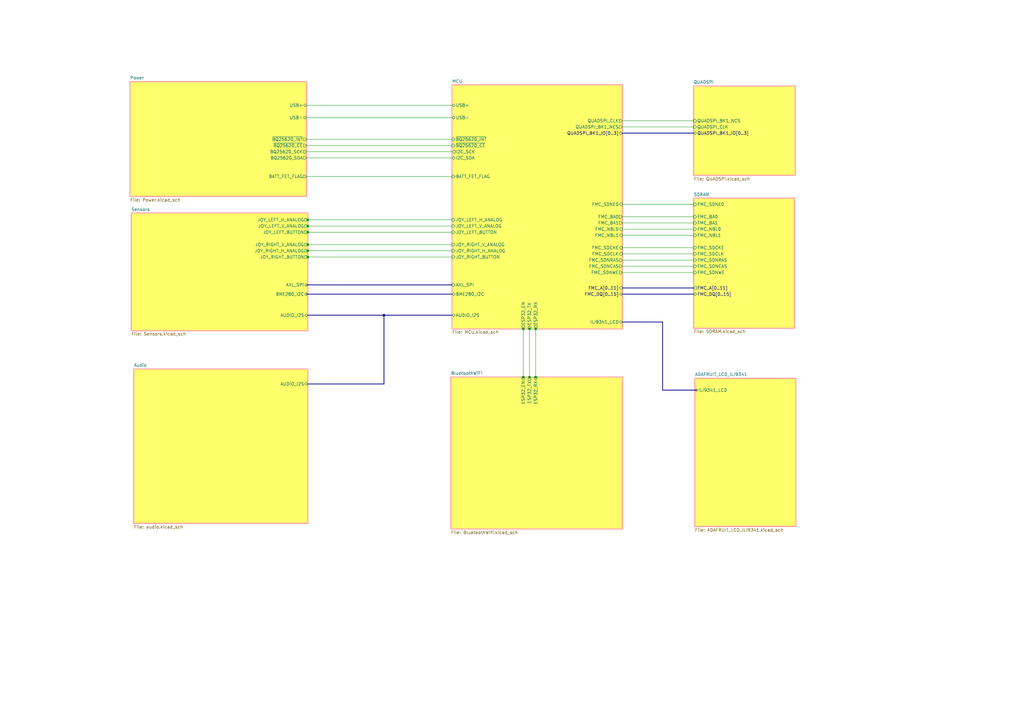
<source format=kicad_sch>
(kicad_sch
	(version 20231120)
	(generator "eeschema")
	(generator_version "8.0")
	(uuid "dfe540b7-7587-4b82-94ea-0a8290455e48")
	(paper "A3")
	(title_block
		(title "Universal Remote Controller")
		(date "2024-05-19")
		(rev "1.0")
	)
	(lib_symbols)
	(junction
		(at 126.238 102.87)
		(diameter 0)
		(color 0 0 0 0)
		(uuid "02623d9c-0c1b-44d3-a03e-d6c1a7e9d0ab")
	)
	(junction
		(at 214.63 134.874)
		(diameter 0)
		(color 0 0 0 0)
		(uuid "121baa5c-7815-412e-b50b-1307ece9a9be")
	)
	(junction
		(at 126.238 95.25)
		(diameter 0)
		(color 0 0 0 0)
		(uuid "26d86474-b334-4bf8-b809-b8c93057b377")
	)
	(junction
		(at 126.238 90.17)
		(diameter 0)
		(color 0 0 0 0)
		(uuid "27c778f8-7bd9-4cc7-b6d4-2cf42357f026")
	)
	(junction
		(at 126.238 100.33)
		(diameter 0)
		(color 0 0 0 0)
		(uuid "2f697d6a-9f2e-4ced-b6a4-4ff6b882d356")
	)
	(junction
		(at 126.238 105.41)
		(diameter 0)
		(color 0 0 0 0)
		(uuid "4902e865-c776-48b1-a39a-6700d0669ed8")
	)
	(junction
		(at 219.71 134.874)
		(diameter 0)
		(color 0 0 0 0)
		(uuid "569a87b4-1dee-4620-b9f9-a7c4204085c8")
	)
	(junction
		(at 217.17 134.874)
		(diameter 0)
		(color 0 0 0 0)
		(uuid "6d1a1f98-f3ac-4fdc-a5b1-9603fb5e33a4")
	)
	(junction
		(at 219.71 154.686)
		(diameter 0)
		(color 0 0 0 0)
		(uuid "9fa3eb12-c18d-4527-89b0-6c5287c0b21f")
	)
	(junction
		(at 126.238 92.71)
		(diameter 0)
		(color 0 0 0 0)
		(uuid "a3249604-1963-4bbc-bf45-ad53c4f58f06")
	)
	(junction
		(at 214.63 154.686)
		(diameter 0)
		(color 0 0 0 0)
		(uuid "cfa2b224-1383-4d15-901a-71889947911f")
	)
	(junction
		(at 217.17 154.686)
		(diameter 0)
		(color 0 0 0 0)
		(uuid "ed5027cd-a53c-49ba-8225-617f1ffb5811")
	)
	(junction
		(at 157.48 129.286)
		(diameter 0)
		(color 0 0 0 0)
		(uuid "edc37d13-24ac-4b7c-a6b8-e10f0ec5d38d")
	)
	(wire
		(pts
			(xy 125.73 72.39) (xy 185.42 72.39)
		)
		(stroke
			(width 0)
			(type default)
		)
		(uuid "0d7aebe2-dbb3-4d0e-b2cc-4ec2d8f100d8")
	)
	(wire
		(pts
			(xy 214.63 154.686) (xy 214.63 154.94)
		)
		(stroke
			(width 0)
			(type default)
		)
		(uuid "15d935f9-ce7f-4a6e-821f-ab43463fae5f")
	)
	(wire
		(pts
			(xy 255.27 83.82) (xy 284.48 83.82)
		)
		(stroke
			(width 0)
			(type default)
		)
		(uuid "223d610c-c073-4307-a545-86bd05f9e83f")
	)
	(wire
		(pts
			(xy 255.27 93.98) (xy 284.48 93.98)
		)
		(stroke
			(width 0)
			(type default)
		)
		(uuid "232b1158-a672-44e7-a937-2f6cac9cae42")
	)
	(wire
		(pts
			(xy 125.73 90.17) (xy 126.238 90.17)
		)
		(stroke
			(width 0)
			(type default)
		)
		(uuid "28816527-d90b-44be-ad14-4ecea3f396d6")
	)
	(wire
		(pts
			(xy 125.73 48.26) (xy 185.42 48.26)
		)
		(stroke
			(width 0)
			(type default)
		)
		(uuid "29b64b3d-db0d-4e7a-a987-a9a5d22a7baa")
	)
	(wire
		(pts
			(xy 219.71 134.62) (xy 219.71 134.874)
		)
		(stroke
			(width 0)
			(type default)
		)
		(uuid "2c95058c-f89d-427c-942f-43425b66d247")
	)
	(wire
		(pts
			(xy 125.73 105.41) (xy 126.238 105.41)
		)
		(stroke
			(width 0)
			(type default)
		)
		(uuid "34193ad4-f439-48db-a449-19e742372540")
	)
	(wire
		(pts
			(xy 219.71 154.686) (xy 219.71 154.94)
		)
		(stroke
			(width 0)
			(type default)
		)
		(uuid "3cfd670a-4752-4ce5-8ce4-e46e827b04ba")
	)
	(wire
		(pts
			(xy 125.73 100.33) (xy 126.238 100.33)
		)
		(stroke
			(width 0)
			(type default)
		)
		(uuid "3d01e899-32d4-461c-b1e9-be171353fa4c")
	)
	(bus
		(pts
			(xy 125.73 116.84) (xy 185.42 116.84)
		)
		(stroke
			(width 0)
			(type default)
		)
		(uuid "42da7956-a64c-4b1d-9a3d-616bfa535ecb")
	)
	(bus
		(pts
			(xy 157.48 129.286) (xy 185.42 129.286)
		)
		(stroke
			(width 0)
			(type default)
		)
		(uuid "44bcbb81-9f46-4396-a2a1-cbbd42c750ff")
	)
	(wire
		(pts
			(xy 255.27 104.14) (xy 284.48 104.14)
		)
		(stroke
			(width 0)
			(type default)
		)
		(uuid "450a594e-fa7e-427f-b927-4aa172e043ce")
	)
	(bus
		(pts
			(xy 126.238 129.286) (xy 157.48 129.286)
		)
		(stroke
			(width 0)
			(type default)
		)
		(uuid "4983fadb-e811-4484-987a-4e25074b6069")
	)
	(wire
		(pts
			(xy 255.27 96.52) (xy 284.48 96.52)
		)
		(stroke
			(width 0)
			(type default)
		)
		(uuid "499c3961-6774-478c-aac2-d09842d78afa")
	)
	(wire
		(pts
			(xy 255.27 91.44) (xy 284.48 91.44)
		)
		(stroke
			(width 0)
			(type default)
		)
		(uuid "4a01abed-03df-4504-a603-eb7dc434d411")
	)
	(wire
		(pts
			(xy 126.238 95.25) (xy 185.42 95.25)
		)
		(stroke
			(width 0)
			(type default)
		)
		(uuid "4ece3c6e-dba4-4554-9913-09000d003652")
	)
	(wire
		(pts
			(xy 217.17 154.686) (xy 217.17 154.94)
		)
		(stroke
			(width 0)
			(type default)
		)
		(uuid "59ea4d90-9939-454b-af74-52fc18fb6f8e")
	)
	(bus
		(pts
			(xy 271.78 160.02) (xy 285.75 160.02)
		)
		(stroke
			(width 0)
			(type default)
		)
		(uuid "5d577626-45b6-4f7a-a72a-92a0e68e2018")
	)
	(wire
		(pts
			(xy 255.27 101.6) (xy 284.48 101.6)
		)
		(stroke
			(width 0)
			(type default)
		)
		(uuid "610f316a-e072-4d6b-b6b3-34f8b370ae86")
	)
	(wire
		(pts
			(xy 219.71 134.874) (xy 219.71 154.686)
		)
		(stroke
			(width 0)
			(type default)
		)
		(uuid "686b64a5-8946-4f34-9ef7-c100ec1a7d02")
	)
	(wire
		(pts
			(xy 125.73 62.23) (xy 185.42 62.23)
		)
		(stroke
			(width 0)
			(type default)
		)
		(uuid "6f628b91-e38d-4508-bf44-c5893a4935c1")
	)
	(wire
		(pts
			(xy 126.238 102.87) (xy 185.42 102.87)
		)
		(stroke
			(width 0)
			(type default)
		)
		(uuid "6fd63710-5d6e-4847-8fb9-2b3ebd42046f")
	)
	(wire
		(pts
			(xy 125.73 43.18) (xy 185.42 43.18)
		)
		(stroke
			(width 0)
			(type default)
		)
		(uuid "77d67071-cd75-4906-9a99-63ac83f49429")
	)
	(bus
		(pts
			(xy 255.27 120.65) (xy 284.48 120.65)
		)
		(stroke
			(width 0)
			(type default)
		)
		(uuid "7dca143d-f4d8-4bdc-8ea9-2d9b7ef6f583")
	)
	(bus
		(pts
			(xy 255.27 54.61) (xy 284.48 54.61)
		)
		(stroke
			(width 0)
			(type default)
		)
		(uuid "86d2322c-5842-427f-b63a-d4630116e52c")
	)
	(wire
		(pts
			(xy 125.73 64.77) (xy 185.42 64.77)
		)
		(stroke
			(width 0)
			(type default)
		)
		(uuid "88fba4b5-df57-45b8-a24b-ef6190868891")
	)
	(wire
		(pts
			(xy 126.238 100.33) (xy 185.42 100.33)
		)
		(stroke
			(width 0)
			(type default)
		)
		(uuid "8e943d89-aa8b-412f-89a0-e58df7c67cbf")
	)
	(wire
		(pts
			(xy 214.63 134.874) (xy 214.63 154.686)
		)
		(stroke
			(width 0)
			(type default)
		)
		(uuid "94a4b97a-6794-4c56-a54f-8b0afbbdb1eb")
	)
	(wire
		(pts
			(xy 255.27 109.22) (xy 284.48 109.22)
		)
		(stroke
			(width 0)
			(type default)
		)
		(uuid "9847f38f-a783-4e78-a0c8-4e2d6f894860")
	)
	(bus
		(pts
			(xy 255.27 118.11) (xy 284.48 118.11)
		)
		(stroke
			(width 0)
			(type default)
		)
		(uuid "a5b998ba-835c-4f20-862b-1d4bb4667e5e")
	)
	(wire
		(pts
			(xy 126.238 90.17) (xy 185.42 90.17)
		)
		(stroke
			(width 0)
			(type default)
		)
		(uuid "b5f51cfa-18c2-49fa-9555-500075226581")
	)
	(bus
		(pts
			(xy 157.48 157.48) (xy 126.238 157.48)
		)
		(stroke
			(width 0)
			(type default)
		)
		(uuid "b6a7b339-859d-43d9-aeb1-b862f74b82fc")
	)
	(wire
		(pts
			(xy 255.27 52.07) (xy 284.48 52.07)
		)
		(stroke
			(width 0)
			(type default)
		)
		(uuid "b9f16d96-4f5c-4af8-ae5b-61f5bd29d28d")
	)
	(wire
		(pts
			(xy 125.73 59.69) (xy 185.42 59.69)
		)
		(stroke
			(width 0)
			(type default)
		)
		(uuid "c03df6d6-0c5e-442b-bc1a-fc2888a52ae6")
	)
	(wire
		(pts
			(xy 126.238 92.71) (xy 185.42 92.71)
		)
		(stroke
			(width 0)
			(type default)
		)
		(uuid "c33de7ac-0853-4b20-9bc9-eeeb5d1d4eb0")
	)
	(wire
		(pts
			(xy 217.17 134.874) (xy 217.17 154.686)
		)
		(stroke
			(width 0)
			(type default)
		)
		(uuid "cbc6bdfe-a95e-4d39-bd50-daf5f8abf5c9")
	)
	(wire
		(pts
			(xy 125.73 92.71) (xy 126.238 92.71)
		)
		(stroke
			(width 0)
			(type default)
		)
		(uuid "d298cfea-3ae1-4203-bbe1-c12aa4367703")
	)
	(wire
		(pts
			(xy 125.73 95.25) (xy 126.238 95.25)
		)
		(stroke
			(width 0)
			(type default)
		)
		(uuid "d60d2d9a-0f2f-43fe-857a-8f0c456d2a40")
	)
	(wire
		(pts
			(xy 255.27 106.68) (xy 284.48 106.68)
		)
		(stroke
			(width 0)
			(type default)
		)
		(uuid "d614caed-3925-4fdd-bbb1-2e4a9347702f")
	)
	(wire
		(pts
			(xy 255.27 49.53) (xy 284.48 49.53)
		)
		(stroke
			(width 0)
			(type default)
		)
		(uuid "d92c5c86-3e07-4749-a306-37474c42b6d1")
	)
	(wire
		(pts
			(xy 125.73 102.87) (xy 126.238 102.87)
		)
		(stroke
			(width 0)
			(type default)
		)
		(uuid "db1403c0-75e9-4103-addd-d00f7db45c75")
	)
	(wire
		(pts
			(xy 214.63 134.62) (xy 214.63 134.874)
		)
		(stroke
			(width 0)
			(type default)
		)
		(uuid "e51a366c-b73c-4953-a6c8-c04d0c8cf048")
	)
	(bus
		(pts
			(xy 255.27 132.08) (xy 271.78 132.08)
		)
		(stroke
			(width 0)
			(type default)
		)
		(uuid "e5ace649-2111-4182-b6cc-adb3096a543c")
	)
	(wire
		(pts
			(xy 255.27 88.9) (xy 284.48 88.9)
		)
		(stroke
			(width 0)
			(type default)
		)
		(uuid "eeb10f35-53e1-40ae-9829-62fc65a3d73e")
	)
	(wire
		(pts
			(xy 126.238 105.41) (xy 185.42 105.41)
		)
		(stroke
			(width 0)
			(type default)
		)
		(uuid "f2e011af-cfd7-462d-ac89-19862596947e")
	)
	(bus
		(pts
			(xy 125.73 120.65) (xy 185.42 120.65)
		)
		(stroke
			(width 0)
			(type default)
		)
		(uuid "f40f9202-343f-4ff6-846f-18d12d85fd95")
	)
	(bus
		(pts
			(xy 157.48 129.286) (xy 157.48 157.48)
		)
		(stroke
			(width 0)
			(type default)
		)
		(uuid "f65f8120-b4ff-415f-a02f-dfc042ba3fbc")
	)
	(wire
		(pts
			(xy 255.27 111.76) (xy 284.48 111.76)
		)
		(stroke
			(width 0)
			(type default)
		)
		(uuid "fa0a3aaf-477a-40a8-b146-78bdd1e628e7")
	)
	(wire
		(pts
			(xy 125.73 57.15) (xy 185.42 57.15)
		)
		(stroke
			(width 0)
			(type default)
		)
		(uuid "fcf212a1-b719-4415-b6a6-dc79457b2bc6")
	)
	(wire
		(pts
			(xy 217.17 134.62) (xy 217.17 134.874)
		)
		(stroke
			(width 0)
			(type default)
		)
		(uuid "fe769eea-e2d0-4b53-b2be-1199cdc75025")
	)
	(bus
		(pts
			(xy 271.78 132.08) (xy 271.78 160.02)
		)
		(stroke
			(width 0)
			(type default)
		)
		(uuid "ffaaab8d-00ac-4e63-8e75-8be06cafbf88")
	)
	(sheet
		(at 284.48 81.28)
		(size 41.402 53.34)
		(fields_autoplaced yes)
		(stroke
			(width 0.508)
			(type solid)
			(color 255 163 155 1)
		)
		(fill
			(color 254 255 106 1.0000)
		)
		(uuid "03a0a5f8-be26-43c7-930d-c94a55e68649")
		(property "Sheetname" "SDRAM"
			(at 284.48 80.5684 0)
			(effects
				(font
					(size 1.27 1.27)
				)
				(justify left bottom)
			)
		)
		(property "Sheetfile" "SDRAM.kicad_sch"
			(at 284.48 135.2046 0)
			(effects
				(font
					(size 1.27 1.27)
				)
				(justify left top)
			)
		)
		(pin "FMC_A[0..11]" output
			(at 284.48 118.11 180)
			(effects
				(font
					(size 1.27 1.27)
				)
				(justify left)
			)
			(uuid "d675a28d-6d76-4c7c-8628-5b9fc5bfbfcb")
		)
		(pin "FMC_DQ[0..15]" bidirectional
			(at 284.48 120.65 180)
			(effects
				(font
					(size 1.27 1.27)
				)
				(justify left)
			)
			(uuid "c946427d-0e08-4cf5-89f9-b7ef18ed4abd")
		)
		(pin "FMC_NBL1" input
			(at 284.48 96.52 180)
			(effects
				(font
					(size 1.27 1.27)
				)
				(justify left)
			)
			(uuid "a9162550-df8c-47d3-b1d5-8850e35bd64b")
		)
		(pin "FMC_SDCKE" input
			(at 284.48 101.6 180)
			(effects
				(font
					(size 1.27 1.27)
				)
				(justify left)
			)
			(uuid "a701645b-b3c9-453a-9008-5fca7520fae5")
		)
		(pin "FMC_SDCLK" input
			(at 284.48 104.14 180)
			(effects
				(font
					(size 1.27 1.27)
				)
				(justify left)
			)
			(uuid "4669a5c3-0c0d-4a29-9ada-5b92ec66b662")
		)
		(pin "FMC_BA0" input
			(at 284.48 88.9 180)
			(effects
				(font
					(size 1.27 1.27)
				)
				(justify left)
			)
			(uuid "f9c5a930-45b2-443e-801d-f36784e7e7b7")
		)
		(pin "FMC_BA1" input
			(at 284.48 91.44 180)
			(effects
				(font
					(size 1.27 1.27)
				)
				(justify left)
			)
			(uuid "bbee2b71-a7a1-4760-a7b9-3d1f875c5346")
		)
		(pin "FMC_SDNRAS" input
			(at 284.48 106.68 180)
			(effects
				(font
					(size 1.27 1.27)
				)
				(justify left)
			)
			(uuid "0bbb13e4-a594-469c-8afc-32c85d9305ec")
		)
		(pin "FMC_SDNE0" input
			(at 284.48 83.82 180)
			(effects
				(font
					(size 1.27 1.27)
				)
				(justify left)
			)
			(uuid "3f9d2303-ac59-4a63-97c0-1eabdeea4ee4")
		)
		(pin "FMC_SDNCAS" input
			(at 284.48 109.22 180)
			(effects
				(font
					(size 1.27 1.27)
				)
				(justify left)
			)
			(uuid "af1d310a-190b-477e-b279-5f59d9957278")
		)
		(pin "FMC_SDNWE" input
			(at 284.48 111.76 180)
			(effects
				(font
					(size 1.27 1.27)
				)
				(justify left)
			)
			(uuid "186e18bb-aebc-4148-a5ef-fc06bb9f4eb3")
		)
		(pin "FMC_NBL0" input
			(at 284.48 93.98 180)
			(effects
				(font
					(size 1.27 1.27)
				)
				(justify left)
			)
			(uuid "13ce5c38-c915-4e1a-850c-41ea1b133f7e")
		)
		(instances
			(project "UniversalRemoteController"
				(path "/dfe540b7-7587-4b82-94ea-0a8290455e48"
					(page "5")
				)
			)
		)
	)
	(sheet
		(at 284.48 35.306)
		(size 41.656 36.576)
		(fields_autoplaced yes)
		(stroke
			(width 0.508)
			(type solid)
			(color 255 163 155 1)
		)
		(fill
			(color 254 255 106 1.0000)
		)
		(uuid "05bcb23c-895f-4457-86eb-9f5484aaf5ab")
		(property "Sheetname" "QUADSPI"
			(at 284.48 34.4166 0)
			(effects
				(font
					(size 1.27 1.27)
				)
				(justify left bottom)
			)
		)
		(property "Sheetfile" "QUADSPI.kicad_sch"
			(at 284.48 72.6444 0)
			(effects
				(font
					(size 1.27 1.27)
				)
				(justify left top)
			)
		)
		(pin "QUADSPI_BK1_NCS" input
			(at 284.48 49.53 180)
			(effects
				(font
					(size 1.27 1.27)
				)
				(justify left)
			)
			(uuid "0be40418-dda7-429b-9c29-2b924c4ef40e")
		)
		(pin "QUADSPI_CLK" input
			(at 284.48 52.07 180)
			(effects
				(font
					(size 1.27 1.27)
				)
				(justify left)
			)
			(uuid "8946abef-dfa8-4eab-9016-4d0ab7f4e410")
		)
		(pin "QUADSPI_BK1_IO[0..3]" bidirectional
			(at 284.48 54.61 180)
			(effects
				(font
					(size 1.27 1.27)
				)
				(justify left)
			)
			(uuid "030d3e4e-8d07-488e-b9aa-f0f79e883f1a")
		)
		(instances
			(project "UniversalRemoteController"
				(path "/dfe540b7-7587-4b82-94ea-0a8290455e48"
					(page "4")
				)
			)
		)
	)
	(sheet
		(at 284.988 155.194)
		(size 41.402 60.706)
		(fields_autoplaced yes)
		(stroke
			(width 0.508)
			(type solid)
			(color 255 163 155 1)
		)
		(fill
			(color 254 255 106 1.0000)
		)
		(uuid "1dbacdab-4168-4b06-af24-7af5ee3e678c")
		(property "Sheetname" "ADAFRUIT_LCD_ILI9341"
			(at 284.988 154.3046 0)
			(effects
				(font
					(size 1.27 1.27)
				)
				(justify left bottom)
			)
		)
		(property "Sheetfile" "ADAFRUIT_LCD_ILI9341.kicad_sch"
			(at 284.988 216.6624 0)
			(effects
				(font
					(size 1.27 1.27)
				)
				(justify left top)
			)
		)
		(pin "ILI9341_LCD" bidirectional
			(at 284.988 160.02 180)
			(effects
				(font
					(size 1.27 1.27)
				)
				(justify left)
			)
			(uuid "2b822f40-6a8e-470a-8558-4603f6fe66e2")
		)
		(instances
			(project "UniversalRemoteController"
				(path "/dfe540b7-7587-4b82-94ea-0a8290455e48"
					(page "7")
				)
			)
		)
	)
	(sheet
		(at 185.42 34.798)
		(size 69.85 100.076)
		(fields_autoplaced yes)
		(stroke
			(width 0.508)
			(type solid)
			(color 255 163 155 1)
		)
		(fill
			(color 254 255 106 1.0000)
		)
		(uuid "8c81cb35-28d0-4be5-b9d3-78e2371cf69f")
		(property "Sheetname" "MCU"
			(at 185.42 34.0864 0)
			(effects
				(font
					(size 1.27 1.27)
				)
				(justify left bottom)
			)
		)
		(property "Sheetfile" "MCU.kicad_sch"
			(at 185.42 135.4586 0)
			(effects
				(font
					(size 1.27 1.27)
				)
				(justify left top)
			)
		)
		(pin "USB+" bidirectional
			(at 185.42 43.18 180)
			(effects
				(font
					(size 1.27 1.27)
				)
				(justify left)
			)
			(uuid "cab1f5fd-7083-4515-85ff-4b17ed9bcae1")
		)
		(pin "USB-" bidirectional
			(at 185.42 48.26 180)
			(effects
				(font
					(size 1.27 1.27)
				)
				(justify left)
			)
			(uuid "4ba56806-ae1b-4c20-a104-2c65c21bcca0")
		)
		(pin "QUADSPI_BK1_IO[0..3]" bidirectional
			(at 255.27 54.61 0)
			(effects
				(font
					(size 1.27 1.27)
				)
				(justify right)
			)
			(uuid "de32f42b-cc9f-4aba-8a46-2d9da45f0fd0")
		)
		(pin "QUADSPI_CLK" output
			(at 255.27 49.53 0)
			(effects
				(font
					(size 1.27 1.27)
				)
				(justify right)
			)
			(uuid "0fc49a8d-1892-4182-81d3-caa9cbc8cb39")
		)
		(pin "QUADSPI_BK1_NCS" output
			(at 255.27 52.07 0)
			(effects
				(font
					(size 1.27 1.27)
				)
				(justify right)
			)
			(uuid "4df97112-104c-4804-a3a3-46d0c4e2df81")
		)
		(pin "FMC_A[0..11]" input
			(at 255.27 118.11 0)
			(effects
				(font
					(size 1.27 1.27)
				)
				(justify right)
			)
			(uuid "1a21d810-bfb4-45e8-8fcf-909eaa634601")
		)
		(pin "FMC_DQ[0..15]" bidirectional
			(at 255.27 120.65 0)
			(effects
				(font
					(size 1.27 1.27)
				)
				(justify right)
			)
			(uuid "4e9d2981-a75f-4404-9893-45c1412e0b44")
		)
		(pin "FMC_SDNWE" output
			(at 255.27 111.76 0)
			(effects
				(font
					(size 1.27 1.27)
				)
				(justify right)
			)
			(uuid "721c898a-089e-4c08-a008-4c35f4b0f6b2")
		)
		(pin "FMC_SDCKE" input
			(at 255.27 101.6 0)
			(effects
				(font
					(size 1.27 1.27)
				)
				(justify right)
			)
			(uuid "ae68b846-c361-440e-986d-db24fba3f65f")
		)
		(pin "FMC_SDNE0" input
			(at 255.27 83.82 0)
			(effects
				(font
					(size 1.27 1.27)
				)
				(justify right)
			)
			(uuid "fefa71e6-4973-4a38-8f2b-9ad9e5cd5f2c")
		)
		(pin "FMC_BA0" output
			(at 255.27 88.9 0)
			(effects
				(font
					(size 1.27 1.27)
				)
				(justify right)
			)
			(uuid "97817282-d626-46cc-b7d7-1a672cb69a16")
		)
		(pin "FMC_SDNCAS" output
			(at 255.27 109.22 0)
			(effects
				(font
					(size 1.27 1.27)
				)
				(justify right)
			)
			(uuid "0afb2fe5-58fe-4b40-9355-8ab275b709fc")
		)
		(pin "FMC_BA1" output
			(at 255.27 91.44 0)
			(effects
				(font
					(size 1.27 1.27)
				)
				(justify right)
			)
			(uuid "6e9f2b1f-b1eb-4724-bd29-427c45663621")
		)
		(pin "FMC_SDCLK" input
			(at 255.27 104.14 0)
			(effects
				(font
					(size 1.27 1.27)
				)
				(justify right)
			)
			(uuid "01253872-dd3a-4d2b-b1ec-41a6b6e255e0")
		)
		(pin "FMC_NBL0" input
			(at 255.27 93.98 0)
			(effects
				(font
					(size 1.27 1.27)
				)
				(justify right)
			)
			(uuid "71956d3a-73bd-4707-ad01-736a50159ac5")
		)
		(pin "FMC_SDNRAS" output
			(at 255.27 106.68 0)
			(effects
				(font
					(size 1.27 1.27)
				)
				(justify right)
			)
			(uuid "3c53424b-734f-477a-a823-f685f7357627")
		)
		(pin "FMC_NBL1" input
			(at 255.27 96.52 0)
			(effects
				(font
					(size 1.27 1.27)
				)
				(justify right)
			)
			(uuid "4fd02c7e-3919-478f-9541-5fc158f63ae0")
		)
		(pin "I2C_SCK" output
			(at 185.42 62.23 180)
			(effects
				(font
					(size 1.27 1.27)
				)
				(justify left)
			)
			(uuid "cbbf5d1b-c6a9-432e-9cfa-a5a655e56aef")
		)
		(pin "I2C_SDA" bidirectional
			(at 185.42 64.77 180)
			(effects
				(font
					(size 1.27 1.27)
				)
				(justify left)
			)
			(uuid "eb6ca185-ad7b-4a55-ad6f-5492daef7630")
		)
		(pin "~{BQ25620_INT}" input
			(at 185.42 57.15 180)
			(effects
				(font
					(size 1.27 1.27)
				)
				(justify left)
			)
			(uuid "a17b4413-4dc3-453b-8c9f-2433639740f6")
		)
		(pin "BATT_FET_FLAG" input
			(at 185.42 72.39 180)
			(effects
				(font
					(size 1.27 1.27)
				)
				(justify left)
			)
			(uuid "eb274c97-0724-47f1-bb0b-15c6ea57828b")
		)
		(pin "~{BQ25620_CE}" input
			(at 185.42 59.69 180)
			(effects
				(font
					(size 1.27 1.27)
				)
				(justify left)
			)
			(uuid "6aa2bdca-5c45-4c04-98ad-7fb2c3aec516")
		)
		(pin "ESP32_EN" output
			(at 214.63 134.874 270)
			(effects
				(font
					(size 1.27 1.27)
				)
				(justify left)
			)
			(uuid "58a29588-26b4-4f7f-bfdd-8b80a5387308")
		)
		(pin "ESP32_TX" input
			(at 217.17 134.874 270)
			(effects
				(font
					(size 1.27 1.27)
				)
				(justify left)
			)
			(uuid "52ad965d-24b0-4a1c-8d40-0f540f055901")
		)
		(pin "ESP32_RX" output
			(at 219.71 134.874 270)
			(effects
				(font
					(size 1.27 1.27)
				)
				(justify left)
			)
			(uuid "9a688401-65b1-436f-a758-432ac992883b")
		)
		(pin "ILI9341_LCD" bidirectional
			(at 255.27 132.08 0)
			(effects
				(font
					(size 1.27 1.27)
				)
				(justify right)
			)
			(uuid "0c37f522-ab71-42d3-a61d-863c7086cadd")
		)
		(pin "JOY_RIGHT_V_ANALOG" input
			(at 185.42 100.33 180)
			(effects
				(font
					(size 1.27 1.27)
				)
				(justify left)
			)
			(uuid "6307b7e9-854e-48f9-84ec-7f207a493a88")
		)
		(pin "JOY_LEFT_H_ANALOG" input
			(at 185.42 90.17 180)
			(effects
				(font
					(size 1.27 1.27)
				)
				(justify left)
			)
			(uuid "596f465b-8453-48f6-960a-e09119aca8cd")
		)
		(pin "JOY_RIGHT_H_ANALOG" input
			(at 185.42 102.87 180)
			(effects
				(font
					(size 1.27 1.27)
				)
				(justify left)
			)
			(uuid "5851871b-93bf-4877-9113-7fabb7d01c78")
		)
		(pin "JOY_LEFT_V_ANALOG" input
			(at 185.42 92.71 180)
			(effects
				(font
					(size 1.27 1.27)
				)
				(justify left)
			)
			(uuid "2097cc4f-a036-48ee-a883-662f1b58de5a")
		)
		(pin "JOY_LEFT_BUTTON" input
			(at 185.42 95.25 180)
			(effects
				(font
					(size 1.27 1.27)
				)
				(justify left)
			)
			(uuid "334b704c-72fe-4159-8ce4-ab1417bdbac2")
		)
		(pin "JOY_RIGHT_BUTTON" input
			(at 185.42 105.41 180)
			(effects
				(font
					(size 1.27 1.27)
				)
				(justify left)
			)
			(uuid "e55088af-f4ab-4c3d-af77-929475e2c5bb")
		)
		(pin "AXL_SPI" input
			(at 185.42 116.84 180)
			(effects
				(font
					(size 1.27 1.27)
				)
				(justify left)
			)
			(uuid "a4c775f6-598d-445f-a599-791215214607")
		)
		(pin "BME280_I2C" bidirectional
			(at 185.42 120.65 180)
			(effects
				(font
					(size 1.27 1.27)
				)
				(justify left)
			)
			(uuid "087ff37e-ad76-475d-b5e4-07658f560356")
		)
		(pin "AUDIO_I2S" bidirectional
			(at 185.42 129.286 180)
			(effects
				(font
					(size 1.27 1.27)
				)
				(justify left)
			)
			(uuid "f116b0ed-7391-491c-8b15-6c9c614ca70c")
		)
		(instances
			(project "UniversalRemoteController"
				(path "/dfe540b7-7587-4b82-94ea-0a8290455e48"
					(page "3")
				)
			)
		)
	)
	(sheet
		(at 53.848 87.376)
		(size 72.39 48.26)
		(fields_autoplaced yes)
		(stroke
			(width 0.508)
			(type solid)
			(color 255 163 155 1)
		)
		(fill
			(color 254 255 106 1.0000)
		)
		(uuid "983f520b-4c15-4e26-8d0a-f1f7c260b573")
		(property "Sheetname" "Sensors"
			(at 53.848 86.6644 0)
			(effects
				(font
					(size 1.27 1.27)
				)
				(justify left bottom)
			)
		)
		(property "Sheetfile" "Sensors.kicad_sch"
			(at 53.848 136.2206 0)
			(effects
				(font
					(size 1.27 1.27)
				)
				(justify left top)
			)
		)
		(pin "JOY_LEFT_H_ANALOG" output
			(at 126.238 90.17 0)
			(effects
				(font
					(size 1.27 1.27)
				)
				(justify right)
			)
			(uuid "79e5b3f0-5cfe-4ed0-bd37-8bc70a807ef8")
		)
		(pin "JOY_LEFT_V_ANALOG" output
			(at 126.238 92.71 0)
			(effects
				(font
					(size 1.27 1.27)
				)
				(justify right)
			)
			(uuid "ed32842c-aac6-4f34-9bec-3b6b705516ad")
		)
		(pin "JOY_LEFT_BUTTON" output
			(at 126.238 95.25 0)
			(effects
				(font
					(size 1.27 1.27)
				)
				(justify right)
			)
			(uuid "21b120ec-0646-4227-9ae8-e5d10ffb068a")
		)
		(pin "JOY_RIGHT_BUTTON" output
			(at 126.238 105.41 0)
			(effects
				(font
					(size 1.27 1.27)
				)
				(justify right)
			)
			(uuid "f738659b-fa21-4179-8232-65b52211ebef")
		)
		(pin "JOY_RIGHT_V_ANALOG" output
			(at 126.238 100.33 0)
			(effects
				(font
					(size 1.27 1.27)
				)
				(justify right)
			)
			(uuid "5a0dc73e-ea31-456c-b153-03a99145034c")
		)
		(pin "JOY_RIGHT_H_ANALOG" output
			(at 126.238 102.87 0)
			(effects
				(font
					(size 1.27 1.27)
				)
				(justify right)
			)
			(uuid "f7abaac1-fd7e-4587-9910-0dc727a5e7f0")
		)
		(pin "BME280_I2C" bidirectional
			(at 126.238 120.65 0)
			(effects
				(font
					(size 1.27 1.27)
				)
				(justify right)
			)
			(uuid "948d6709-a4b7-4a57-8245-6ab5778f29c4")
		)
		(pin "AXL_SPI" bidirectional
			(at 126.238 116.84 0)
			(effects
				(font
					(size 1.27 1.27)
				)
				(justify right)
			)
			(uuid "e6784a9f-29a3-407d-b588-a265746df2da")
		)
		(pin "AUDIO_I2S" bidirectional
			(at 126.238 129.286 0)
			(effects
				(font
					(size 1.27 1.27)
				)
				(justify right)
			)
			(uuid "1edddc6a-693d-4c23-a089-bd5f151aa7bf")
		)
		(instances
			(project "UniversalRemoteController"
				(path "/dfe540b7-7587-4b82-94ea-0a8290455e48"
					(page "6")
				)
			)
		)
	)
	(sheet
		(at 53.34 33.528)
		(size 72.39 46.99)
		(fields_autoplaced yes)
		(stroke
			(width 0.508)
			(type solid)
			(color 255 163 155 1)
		)
		(fill
			(color 254 255 106 1.0000)
		)
		(uuid "b2b601d5-76ca-44c8-86bf-a186b2eece18")
		(property "Sheetname" "Power"
			(at 53.34 32.6386 0)
			(effects
				(font
					(size 1.27 1.27)
				)
				(justify left bottom)
			)
		)
		(property "Sheetfile" "Power.kicad_sch"
			(at 53.34 81.2804 0)
			(effects
				(font
					(size 1.27 1.27)
				)
				(justify left top)
			)
		)
		(pin "USB-" bidirectional
			(at 125.73 48.26 0)
			(effects
				(font
					(size 1.27 1.27)
				)
				(justify right)
			)
			(uuid "134b66d0-429e-41f3-964d-4df25d81cba9")
		)
		(pin "~{BQ25620_INT}" output
			(at 125.73 57.15 0)
			(effects
				(font
					(size 1.27 1.27)
				)
				(justify right)
			)
			(uuid "5468e9cb-493d-491b-86f7-e56955a3fed3")
		)
		(pin "BQ25620_SCK" output
			(at 125.73 62.23 0)
			(effects
				(font
					(size 1.27 1.27)
				)
				(justify right)
			)
			(uuid "628839fd-6532-4a0b-82a8-81ca58955cd0")
		)
		(pin "~{BQ25620_CE}" output
			(at 125.73 59.69 0)
			(effects
				(font
					(size 1.27 1.27)
				)
				(justify right)
			)
			(uuid "a6c7434e-582f-4454-820c-d699f1be4b28")
		)
		(pin "BQ25620_SDA" output
			(at 125.73 64.77 0)
			(effects
				(font
					(size 1.27 1.27)
				)
				(justify right)
			)
			(uuid "cc6f8ace-2675-4f87-840b-124d0f79d0ed")
		)
		(pin "BATT_FET_FLAG" output
			(at 125.73 72.39 0)
			(effects
				(font
					(size 1.27 1.27)
				)
				(justify right)
			)
			(uuid "c9c0f1eb-480e-4c34-9172-fa7c9ff7c2ce")
		)
		(pin "USB+" bidirectional
			(at 125.73 43.18 0)
			(effects
				(font
					(size 1.27 1.27)
				)
				(justify right)
			)
			(uuid "74d597d1-88c6-4dc2-b823-b05f73e34fa3")
		)
		(instances
			(project "UniversalRemoteController"
				(path "/dfe540b7-7587-4b82-94ea-0a8290455e48"
					(page "2")
				)
			)
		)
	)
	(sheet
		(at 54.864 151.384)
		(size 71.374 63.246)
		(fields_autoplaced yes)
		(stroke
			(width 0.508)
			(type solid)
			(color 255 163 155 1)
		)
		(fill
			(color 254 255 106 1.0000)
		)
		(uuid "c27994a5-2bf4-4e92-bb48-64cda2d8b32b")
		(property "Sheetname" "Audio"
			(at 54.864 150.4946 0)
			(effects
				(font
					(size 1.27 1.27)
				)
				(justify left bottom)
			)
		)
		(property "Sheetfile" "audio.kicad_sch"
			(at 54.864 215.3924 0)
			(effects
				(font
					(size 1.27 1.27)
				)
				(justify left top)
			)
		)
		(pin "AUDIO_I2S" bidirectional
			(at 126.238 157.48 0)
			(effects
				(font
					(size 1.27 1.27)
				)
				(justify right)
			)
			(uuid "c1231f25-dd31-483d-accc-d49f5b158306")
		)
		(instances
			(project "UniversalRemoteController"
				(path "/dfe540b7-7587-4b82-94ea-0a8290455e48"
					(page "9")
				)
			)
		)
	)
	(sheet
		(at 184.912 154.686)
		(size 70.358 62.23)
		(fields_autoplaced yes)
		(stroke
			(width 0.508)
			(type solid)
			(color 255 163 155 1)
		)
		(fill
			(color 254 255 106 1.0000)
		)
		(uuid "cbcac6cf-1852-4ed2-83ea-230d63855107")
		(property "Sheetname" "BluetoothWiFi"
			(at 184.912 153.7966 0)
			(effects
				(font
					(size 1.27 1.27)
				)
				(justify left bottom)
			)
		)
		(property "Sheetfile" "BluetoothWifi.kicad_sch"
			(at 184.912 217.6784 0)
			(effects
				(font
					(size 1.27 1.27)
				)
				(justify left top)
			)
		)
		(pin "ESP32_EN" input
			(at 214.63 154.686 90)
			(effects
				(font
					(size 1.27 1.27)
				)
				(justify right)
			)
			(uuid "844f9e6a-5853-4f88-9683-a3cab63d4f62")
		)
		(pin "ESP32_RX" input
			(at 219.71 154.686 90)
			(effects
				(font
					(size 1.27 1.27)
				)
				(justify right)
			)
			(uuid "f365f3af-e765-4f39-96d5-76a8fd8aed40")
		)
		(pin "ESP32_TX" output
			(at 217.17 154.686 90)
			(effects
				(font
					(size 1.27 1.27)
				)
				(justify right)
			)
			(uuid "0ac91b9e-8310-46b0-9e71-0deff1f81a22")
		)
		(instances
			(project "UniversalRemoteController"
				(path "/dfe540b7-7587-4b82-94ea-0a8290455e48"
					(page "8")
				)
			)
		)
	)
	(sheet_instances
		(path "/"
			(page "1")
		)
	)
)

</source>
